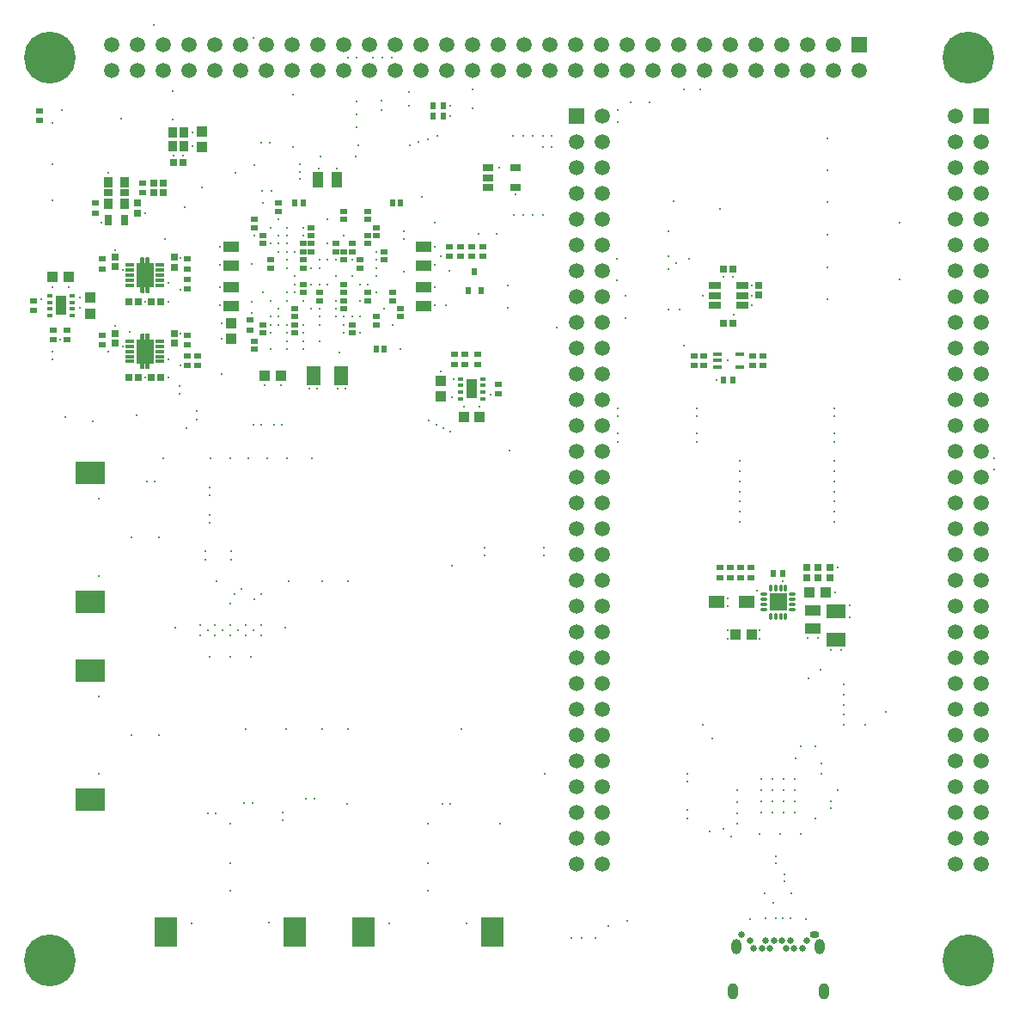
<source format=gbs>
G04 Layer_Color=16711935*
%FSLAX25Y25*%
%MOIN*%
G70*
G01*
G75*
%ADD44R,0.05905X0.05905*%
%ADD45C,0.05905*%
%ADD46R,0.05905X0.05905*%
%ADD47R,0.11811X0.08661*%
%ADD48R,0.08661X0.11811*%
%ADD49O,0.03937X0.06299*%
%ADD50O,0.03740X0.02559*%
%ADD51C,0.02559*%
%ADD52O,0.03937X0.05905*%
%ADD105R,0.02913X0.02756*%
%ADD106R,0.02756X0.02913*%
%ADD107R,0.04331X0.05905*%
%ADD108R,0.02677X0.04095*%
%ADD109R,0.02559X0.02362*%
%ADD110R,0.02362X0.02559*%
%ADD120C,0.20079*%
%ADD121C,0.00787*%
%ADD122C,0.01181*%
%ADD123R,0.03937X0.04134*%
%ADD124R,0.04134X0.03937*%
%ADD125R,0.05905X0.04331*%
%ADD126R,0.07283X0.05512*%
%ADD127R,0.02520X0.02126*%
%ADD128R,0.05512X0.07283*%
%ADD129R,0.02126X0.02520*%
%ADD130R,0.02244X0.02756*%
%ADD131R,0.06299X0.05118*%
%ADD132R,0.04528X0.02756*%
%ADD133R,0.01968X0.01575*%
%ADD134R,0.04331X0.07480*%
%ADD135R,0.03347X0.04331*%
%ADD136R,0.06811X0.09764*%
%ADD137R,0.03661X0.01417*%
%ADD138R,0.03740X0.01772*%
%ADD139R,0.03661X0.04252*%
%ADD140R,0.03661X0.02677*%
%ADD141R,0.04331X0.02559*%
%ADD142R,0.07008X0.07008*%
G04:AMPARAMS|DCode=143|XSize=12.99mil|YSize=26.77mil|CornerRadius=4.04mil|HoleSize=0mil|Usage=FLASHONLY|Rotation=0.000|XOffset=0mil|YOffset=0mil|HoleType=Round|Shape=RoundedRectangle|*
%AMROUNDEDRECTD143*
21,1,0.01299,0.01870,0,0,0.0*
21,1,0.00492,0.02677,0,0,0.0*
1,1,0.00807,0.00246,-0.00935*
1,1,0.00807,-0.00246,-0.00935*
1,1,0.00807,-0.00246,0.00935*
1,1,0.00807,0.00246,0.00935*
%
%ADD143ROUNDEDRECTD143*%
G04:AMPARAMS|DCode=144|XSize=12.99mil|YSize=26.77mil|CornerRadius=4.04mil|HoleSize=0mil|Usage=FLASHONLY|Rotation=270.000|XOffset=0mil|YOffset=0mil|HoleType=Round|Shape=RoundedRectangle|*
%AMROUNDEDRECTD144*
21,1,0.01299,0.01870,0,0,270.0*
21,1,0.00492,0.02677,0,0,270.0*
1,1,0.00807,-0.00935,-0.00246*
1,1,0.00807,-0.00935,0.00246*
1,1,0.00807,0.00935,0.00246*
1,1,0.00807,0.00935,-0.00246*
%
%ADD144ROUNDEDRECTD144*%
G36*
X253928Y565116D02*
X253958Y565107D01*
X253986Y565092D01*
X254010Y565072D01*
X254029Y565049D01*
X254044Y565021D01*
X254053Y564992D01*
X254056Y564961D01*
Y562992D01*
X254053Y562961D01*
X254044Y562932D01*
X254029Y562904D01*
X254010Y562880D01*
X253986Y562861D01*
X253958Y562846D01*
X253928Y562837D01*
X253898Y562834D01*
X252795D01*
X252764Y562837D01*
X252735Y562846D01*
X252707Y562861D01*
X252683Y562880D01*
X252664Y562904D01*
X252649Y562932D01*
X252640Y562961D01*
X252637Y562992D01*
Y564961D01*
X252640Y564992D01*
X252649Y565021D01*
X252664Y565049D01*
X252683Y565072D01*
X252707Y565092D01*
X252735Y565107D01*
X252764Y565116D01*
X252795Y565119D01*
X253898D01*
X253928Y565116D01*
D02*
G37*
G36*
X255897D02*
X255927Y565107D01*
X255954Y565092D01*
X255978Y565072D01*
X255998Y565049D01*
X256012Y565021D01*
X256021Y564992D01*
X256024Y564961D01*
Y562992D01*
X256021Y562961D01*
X256012Y562932D01*
X255998Y562904D01*
X255978Y562880D01*
X255954Y562861D01*
X255927Y562846D01*
X255897Y562837D01*
X255866Y562834D01*
X254764D01*
X254733Y562837D01*
X254703Y562846D01*
X254676Y562861D01*
X254652Y562880D01*
X254632Y562904D01*
X254618Y562932D01*
X254609Y562961D01*
X254606Y562992D01*
Y564961D01*
X254609Y564992D01*
X254618Y565021D01*
X254632Y565049D01*
X254652Y565072D01*
X254676Y565092D01*
X254703Y565107D01*
X254733Y565116D01*
X254764Y565119D01*
X255866D01*
X255897Y565116D01*
D02*
G37*
G36*
X253928Y553698D02*
X253958Y553689D01*
X253986Y553675D01*
X254010Y553655D01*
X254029Y553631D01*
X254044Y553604D01*
X254053Y553574D01*
X254056Y553543D01*
Y551575D01*
X254053Y551544D01*
X254044Y551514D01*
X254029Y551487D01*
X254010Y551463D01*
X253986Y551443D01*
X253958Y551429D01*
X253928Y551420D01*
X253898Y551417D01*
X252795D01*
X252764Y551420D01*
X252735Y551429D01*
X252707Y551443D01*
X252683Y551463D01*
X252664Y551487D01*
X252649Y551514D01*
X252640Y551544D01*
X252637Y551575D01*
Y553543D01*
X252640Y553574D01*
X252649Y553604D01*
X252664Y553631D01*
X252683Y553655D01*
X252707Y553675D01*
X252735Y553689D01*
X252764Y553698D01*
X252795Y553702D01*
X253898D01*
X253928Y553698D01*
D02*
G37*
G36*
X255897D02*
X255927Y553689D01*
X255954Y553675D01*
X255978Y553655D01*
X255998Y553631D01*
X256012Y553604D01*
X256021Y553574D01*
X256024Y553543D01*
Y551575D01*
X256021Y551544D01*
X256012Y551514D01*
X255998Y551487D01*
X255978Y551463D01*
X255954Y551443D01*
X255927Y551429D01*
X255897Y551420D01*
X255866Y551417D01*
X254764D01*
X254733Y551420D01*
X254703Y551429D01*
X254676Y551443D01*
X254652Y551463D01*
X254632Y551487D01*
X254618Y551514D01*
X254609Y551544D01*
X254606Y551575D01*
Y553543D01*
X254609Y553574D01*
X254618Y553604D01*
X254632Y553631D01*
X254652Y553655D01*
X254676Y553675D01*
X254703Y553689D01*
X254733Y553698D01*
X254764Y553702D01*
X255866D01*
X255897Y553698D01*
D02*
G37*
G36*
X253928Y594643D02*
X253958Y594634D01*
X253986Y594620D01*
X254010Y594600D01*
X254029Y594576D01*
X254044Y594549D01*
X254053Y594519D01*
X254056Y594488D01*
Y592520D01*
X254053Y592489D01*
X254044Y592459D01*
X254029Y592432D01*
X254010Y592408D01*
X253986Y592388D01*
X253958Y592374D01*
X253928Y592365D01*
X253898Y592361D01*
X252795D01*
X252764Y592365D01*
X252735Y592374D01*
X252707Y592388D01*
X252683Y592408D01*
X252664Y592432D01*
X252649Y592459D01*
X252640Y592489D01*
X252637Y592520D01*
Y594488D01*
X252640Y594519D01*
X252649Y594549D01*
X252664Y594576D01*
X252683Y594600D01*
X252707Y594620D01*
X252735Y594634D01*
X252764Y594643D01*
X252795Y594646D01*
X253898D01*
X253928Y594643D01*
D02*
G37*
G36*
X255897D02*
X255927Y594634D01*
X255954Y594620D01*
X255978Y594600D01*
X255998Y594576D01*
X256012Y594549D01*
X256021Y594519D01*
X256024Y594488D01*
Y592520D01*
X256021Y592489D01*
X256012Y592459D01*
X255998Y592432D01*
X255978Y592408D01*
X255954Y592388D01*
X255927Y592374D01*
X255897Y592365D01*
X255866Y592361D01*
X254764D01*
X254733Y592365D01*
X254703Y592374D01*
X254676Y592388D01*
X254652Y592408D01*
X254632Y592432D01*
X254618Y592459D01*
X254609Y592489D01*
X254606Y592520D01*
Y594488D01*
X254609Y594519D01*
X254618Y594549D01*
X254632Y594576D01*
X254652Y594600D01*
X254676Y594620D01*
X254703Y594634D01*
X254733Y594643D01*
X254764Y594646D01*
X255866D01*
X255897Y594643D01*
D02*
G37*
G36*
X253928Y583226D02*
X253958Y583217D01*
X253986Y583202D01*
X254010Y583183D01*
X254029Y583159D01*
X254044Y583131D01*
X254053Y583102D01*
X254056Y583071D01*
Y581102D01*
X254053Y581072D01*
X254044Y581042D01*
X254029Y581014D01*
X254010Y580991D01*
X253986Y580971D01*
X253958Y580956D01*
X253928Y580947D01*
X253898Y580944D01*
X252795D01*
X252764Y580947D01*
X252735Y580956D01*
X252707Y580971D01*
X252683Y580991D01*
X252664Y581014D01*
X252649Y581042D01*
X252640Y581072D01*
X252637Y581102D01*
Y583071D01*
X252640Y583102D01*
X252649Y583131D01*
X252664Y583159D01*
X252683Y583183D01*
X252707Y583202D01*
X252735Y583217D01*
X252764Y583226D01*
X252795Y583229D01*
X253898D01*
X253928Y583226D01*
D02*
G37*
G36*
X255897D02*
X255927Y583217D01*
X255954Y583202D01*
X255978Y583183D01*
X255998Y583159D01*
X256012Y583131D01*
X256021Y583102D01*
X256024Y583071D01*
Y581102D01*
X256021Y581072D01*
X256012Y581042D01*
X255998Y581014D01*
X255978Y580991D01*
X255954Y580971D01*
X255927Y580956D01*
X255897Y580947D01*
X255866Y580944D01*
X254764D01*
X254733Y580947D01*
X254703Y580956D01*
X254676Y580971D01*
X254652Y580991D01*
X254632Y581014D01*
X254618Y581042D01*
X254609Y581072D01*
X254606Y581102D01*
Y583071D01*
X254609Y583102D01*
X254618Y583131D01*
X254632Y583159D01*
X254652Y583183D01*
X254676Y583202D01*
X254703Y583217D01*
X254733Y583226D01*
X254764Y583229D01*
X255866D01*
X255897Y583226D01*
D02*
G37*
D44*
X421654Y649606D02*
D03*
X578740D02*
D03*
D45*
X421654Y639606D02*
D03*
Y629606D02*
D03*
Y619606D02*
D03*
Y609606D02*
D03*
Y599606D02*
D03*
Y589606D02*
D03*
Y579606D02*
D03*
Y569606D02*
D03*
Y559606D02*
D03*
Y549606D02*
D03*
Y539606D02*
D03*
Y529606D02*
D03*
Y519606D02*
D03*
Y509606D02*
D03*
Y499606D02*
D03*
Y489606D02*
D03*
Y479606D02*
D03*
Y469606D02*
D03*
Y459606D02*
D03*
Y449606D02*
D03*
Y439606D02*
D03*
Y429606D02*
D03*
Y419606D02*
D03*
Y409606D02*
D03*
Y399606D02*
D03*
Y389606D02*
D03*
Y379606D02*
D03*
Y369606D02*
D03*
Y359606D02*
D03*
X431653Y649606D02*
D03*
Y639606D02*
D03*
Y629606D02*
D03*
Y619606D02*
D03*
Y609606D02*
D03*
Y599606D02*
D03*
Y589606D02*
D03*
Y579606D02*
D03*
Y569606D02*
D03*
Y559606D02*
D03*
Y549606D02*
D03*
Y539606D02*
D03*
Y529606D02*
D03*
Y519606D02*
D03*
Y509606D02*
D03*
Y499606D02*
D03*
Y489606D02*
D03*
Y479606D02*
D03*
Y469606D02*
D03*
Y459606D02*
D03*
Y449606D02*
D03*
Y439606D02*
D03*
Y429606D02*
D03*
Y419606D02*
D03*
Y409606D02*
D03*
Y399606D02*
D03*
Y389606D02*
D03*
Y379606D02*
D03*
Y369606D02*
D03*
Y359606D02*
D03*
X521496Y677165D02*
D03*
X511496D02*
D03*
X501496D02*
D03*
X491496D02*
D03*
X481496D02*
D03*
X471496D02*
D03*
X461496D02*
D03*
X451496D02*
D03*
X441496D02*
D03*
X431496D02*
D03*
X421496D02*
D03*
X411496D02*
D03*
X401496D02*
D03*
X391496D02*
D03*
X381496D02*
D03*
X371496D02*
D03*
X361496D02*
D03*
X351496D02*
D03*
X341496D02*
D03*
X331496D02*
D03*
X321496D02*
D03*
X311496D02*
D03*
X301496D02*
D03*
X291496D02*
D03*
X281496D02*
D03*
X271496D02*
D03*
X261496D02*
D03*
X251496D02*
D03*
X241496D02*
D03*
X531496Y667165D02*
D03*
X521496D02*
D03*
X511496D02*
D03*
X501496D02*
D03*
X491496D02*
D03*
X481496D02*
D03*
X471496D02*
D03*
X461496D02*
D03*
X451496D02*
D03*
X441496D02*
D03*
X431496D02*
D03*
X421496D02*
D03*
X411496D02*
D03*
X401496D02*
D03*
X391496D02*
D03*
X381496D02*
D03*
X371496D02*
D03*
X361496D02*
D03*
X351496D02*
D03*
X341496D02*
D03*
X331496D02*
D03*
X321496D02*
D03*
X311496D02*
D03*
X301496D02*
D03*
X291496D02*
D03*
X281496D02*
D03*
X271496D02*
D03*
X261496D02*
D03*
X251496D02*
D03*
X241496D02*
D03*
X578740Y639606D02*
D03*
Y629606D02*
D03*
Y619606D02*
D03*
Y609606D02*
D03*
Y599606D02*
D03*
Y589606D02*
D03*
Y579606D02*
D03*
Y569606D02*
D03*
Y559606D02*
D03*
Y549606D02*
D03*
Y539606D02*
D03*
Y529606D02*
D03*
Y519606D02*
D03*
Y509606D02*
D03*
Y499606D02*
D03*
Y489606D02*
D03*
Y479606D02*
D03*
Y469606D02*
D03*
Y459606D02*
D03*
Y449606D02*
D03*
Y439606D02*
D03*
Y429606D02*
D03*
Y419606D02*
D03*
Y409606D02*
D03*
Y399606D02*
D03*
Y389606D02*
D03*
Y379606D02*
D03*
Y369606D02*
D03*
Y359606D02*
D03*
X568740Y649606D02*
D03*
Y639606D02*
D03*
Y629606D02*
D03*
Y619606D02*
D03*
Y609606D02*
D03*
Y599606D02*
D03*
Y589606D02*
D03*
Y579606D02*
D03*
Y569606D02*
D03*
Y559606D02*
D03*
Y549606D02*
D03*
Y539606D02*
D03*
Y529606D02*
D03*
Y519606D02*
D03*
Y509606D02*
D03*
Y499606D02*
D03*
Y489606D02*
D03*
Y479606D02*
D03*
Y469606D02*
D03*
Y459606D02*
D03*
Y449606D02*
D03*
Y439606D02*
D03*
Y429606D02*
D03*
Y419606D02*
D03*
Y409606D02*
D03*
Y399606D02*
D03*
Y389606D02*
D03*
Y379606D02*
D03*
Y369606D02*
D03*
Y359606D02*
D03*
D46*
X531496Y677165D02*
D03*
D47*
X233059Y511303D02*
D03*
Y461146D02*
D03*
Y434531D02*
D03*
Y384374D02*
D03*
D48*
X262319Y333059D02*
D03*
X312476D02*
D03*
X339090D02*
D03*
X389248D02*
D03*
D49*
X517677Y310079D02*
D03*
X482323D02*
D03*
D50*
X514173Y332283D02*
D03*
D51*
X488976Y329724D02*
D03*
X495276D02*
D03*
X498425D02*
D03*
X501575D02*
D03*
X504724D02*
D03*
X511024D02*
D03*
X490551Y326969D02*
D03*
X493701D02*
D03*
X496850D02*
D03*
X503150D02*
D03*
X506299D02*
D03*
X509449D02*
D03*
X485827Y332283D02*
D03*
D52*
X483740Y327362D02*
D03*
X516260D02*
D03*
D105*
X492520Y583779D02*
D03*
Y580000D02*
D03*
X242913Y591024D02*
D03*
Y594803D02*
D03*
X265748Y590945D02*
D03*
Y594724D02*
D03*
X242913Y561496D02*
D03*
Y565276D02*
D03*
X265748Y561496D02*
D03*
Y565276D02*
D03*
X251575Y611890D02*
D03*
Y615669D02*
D03*
X511024Y470551D02*
D03*
Y474331D02*
D03*
X515354Y474331D02*
D03*
Y470551D02*
D03*
X520079Y470551D02*
D03*
Y474331D02*
D03*
D106*
X265433Y631496D02*
D03*
X269213D02*
D03*
X478819Y569291D02*
D03*
X482598D02*
D03*
X478819Y590157D02*
D03*
X482598D02*
D03*
X248110Y577559D02*
D03*
X251890D02*
D03*
X260551D02*
D03*
X256772D02*
D03*
X248110Y548032D02*
D03*
X251890D02*
D03*
X260551D02*
D03*
X256772D02*
D03*
X257756Y619685D02*
D03*
X261535D02*
D03*
X257756Y623622D02*
D03*
X261535D02*
D03*
D107*
X328839Y624803D02*
D03*
X321555D02*
D03*
D108*
X240197Y609055D02*
D03*
X246417D02*
D03*
D109*
X374410Y556988D02*
D03*
Y553248D02*
D03*
X378346D02*
D03*
Y556988D02*
D03*
X383465D02*
D03*
Y553248D02*
D03*
X391339Y541831D02*
D03*
Y545571D02*
D03*
X211024Y577854D02*
D03*
Y574114D02*
D03*
X224016Y566437D02*
D03*
Y562697D02*
D03*
X218898D02*
D03*
Y566437D02*
D03*
X237795Y593996D02*
D03*
Y590256D02*
D03*
X270866Y593996D02*
D03*
Y590256D02*
D03*
Y582382D02*
D03*
Y586122D02*
D03*
X237795Y564468D02*
D03*
Y560728D02*
D03*
X270866D02*
D03*
Y564468D02*
D03*
Y556595D02*
D03*
Y552854D02*
D03*
X274803Y556595D02*
D03*
Y552854D02*
D03*
X494095Y556595D02*
D03*
Y552854D02*
D03*
X490158Y556595D02*
D03*
Y552854D02*
D03*
X471260Y556595D02*
D03*
Y552854D02*
D03*
X467323Y556595D02*
D03*
Y552854D02*
D03*
X235039Y615650D02*
D03*
Y611909D02*
D03*
X253346Y623524D02*
D03*
Y619783D02*
D03*
X213386Y647736D02*
D03*
Y651476D02*
D03*
X372441Y594980D02*
D03*
Y598721D02*
D03*
X376772Y594980D02*
D03*
Y598721D02*
D03*
X385433Y594980D02*
D03*
Y598721D02*
D03*
X381102Y594980D02*
D03*
Y598721D02*
D03*
X295276Y570374D02*
D03*
Y566634D02*
D03*
X489370Y474311D02*
D03*
Y470571D02*
D03*
X481496D02*
D03*
Y474311D02*
D03*
X477559Y470571D02*
D03*
Y474311D02*
D03*
X485433Y470571D02*
D03*
Y474311D02*
D03*
D110*
X482579Y547244D02*
D03*
X478839D02*
D03*
X366240Y653543D02*
D03*
X369980D02*
D03*
Y649606D02*
D03*
X366240D02*
D03*
X498130Y472047D02*
D03*
X501870D02*
D03*
D120*
X217598Y322047D02*
D03*
X573898D02*
D03*
Y672165D02*
D03*
X217598D02*
D03*
D121*
X295669Y577559D02*
D03*
X480315Y554724D02*
D03*
X306299Y596850D02*
D03*
X303150Y593701D02*
D03*
X300000Y600000D02*
D03*
X409055Y479134D02*
D03*
X386221D02*
D03*
X267717Y544882D02*
D03*
X279528Y502362D02*
D03*
X255118Y507874D02*
D03*
X409055Y482283D02*
D03*
X267717Y541732D02*
D03*
X258268Y507874D02*
D03*
X386221Y482283D02*
D03*
X279528Y505512D02*
D03*
X295669Y573228D02*
D03*
Y592126D02*
D03*
X318898Y606299D02*
D03*
X547244Y586221D02*
D03*
X521654Y523228D02*
D03*
Y526378D02*
D03*
Y533071D02*
D03*
Y536221D02*
D03*
X468504Y523228D02*
D03*
Y526378D02*
D03*
Y533071D02*
D03*
Y536221D02*
D03*
X437795Y523228D02*
D03*
Y526378D02*
D03*
Y533071D02*
D03*
Y536221D02*
D03*
X412205Y637402D02*
D03*
X331496Y571654D02*
D03*
X334646Y568504D02*
D03*
X337795Y571654D02*
D03*
X328346D02*
D03*
X322047Y568504D02*
D03*
X328346Y574803D02*
D03*
Y577953D02*
D03*
X340944Y603148D02*
D03*
X315748Y600000D02*
D03*
X309449Y596850D02*
D03*
X312598D02*
D03*
X312598Y587400D02*
D03*
X315747Y603148D02*
D03*
X344094Y587402D02*
D03*
Y590551D02*
D03*
Y593701D02*
D03*
X245669Y589764D02*
D03*
X288976Y464173D02*
D03*
X291732Y466142D02*
D03*
X296850Y462205D02*
D03*
X299606Y464173D02*
D03*
X523228Y388189D02*
D03*
X504921Y338386D02*
D03*
X501968Y338583D02*
D03*
X499213D02*
D03*
X296063Y383071D02*
D03*
X307874Y379528D02*
D03*
X292913Y383071D02*
D03*
X307874Y376378D02*
D03*
X296457Y679921D02*
D03*
X391929Y629331D02*
D03*
X484252Y383465D02*
D03*
Y379134D02*
D03*
Y375197D02*
D03*
X516929Y398425D02*
D03*
Y394488D02*
D03*
X312598Y565354D02*
D03*
X309449Y562205D02*
D03*
Y565354D02*
D03*
X303150D02*
D03*
Y559055D02*
D03*
X306299Y568504D02*
D03*
Y603150D02*
D03*
X309449Y600000D02*
D03*
Y593701D02*
D03*
X306299Y600000D02*
D03*
X303150D02*
D03*
X309449Y603150D02*
D03*
X296850D02*
D03*
X296850Y609449D02*
D03*
X306299Y574803D02*
D03*
Y571654D02*
D03*
X300000Y565354D02*
D03*
X296850Y562205D02*
D03*
X354724Y601967D02*
D03*
X322047Y562205D02*
D03*
X268110Y552756D02*
D03*
Y582283D02*
D03*
X263386Y577559D02*
D03*
X254331Y577559D02*
D03*
X263386Y584646D02*
D03*
Y548032D02*
D03*
Y555118D02*
D03*
X268189Y565276D02*
D03*
X268238Y594360D02*
D03*
X242913Y597638D02*
D03*
Y568110D02*
D03*
X245669Y560236D02*
D03*
X287402Y439764D02*
D03*
X308661Y451181D02*
D03*
X295374Y439764D02*
D03*
X279626D02*
D03*
X266142Y451181D02*
D03*
X287500Y460630D02*
D03*
X511417Y447244D02*
D03*
X515354D02*
D03*
X520472Y442520D02*
D03*
X524409D02*
D03*
X492913Y446850D02*
D03*
Y450000D02*
D03*
X480315Y446850D02*
D03*
Y450000D02*
D03*
Y459449D02*
D03*
Y462598D02*
D03*
X522047Y464961D02*
D03*
X284252Y562992D02*
D03*
Y569291D02*
D03*
X523228Y474409D02*
D03*
X501968Y469291D02*
D03*
X388386Y541339D02*
D03*
X214173Y578346D02*
D03*
X218602Y583268D02*
D03*
X384154Y536713D02*
D03*
X378051Y536713D02*
D03*
X373425Y540551D02*
D03*
X229085Y575148D02*
D03*
X229134Y579134D02*
D03*
X221457Y562697D02*
D03*
X369291Y550345D02*
D03*
X349213Y336614D02*
D03*
X379134D02*
D03*
X364173Y349213D02*
D03*
X302398Y336650D02*
D03*
X272441Y336614D02*
D03*
X287402Y349213D02*
D03*
X249213Y409449D02*
D03*
Y486221D02*
D03*
X236614Y501181D02*
D03*
Y471260D02*
D03*
Y394488D02*
D03*
Y424409D02*
D03*
X336614Y655118D02*
D03*
X303150Y568504D02*
D03*
X299606Y529921D02*
D03*
X296457D02*
D03*
X316929Y384646D02*
D03*
X309449Y568504D02*
D03*
X304331Y529921D02*
D03*
X320079Y384646D02*
D03*
X307480Y529921D02*
D03*
X372835Y382677D02*
D03*
X369685D02*
D03*
X278740Y379134D02*
D03*
X274410Y535039D02*
D03*
X281890Y379134D02*
D03*
X274410Y531890D02*
D03*
X279528Y491732D02*
D03*
Y494882D02*
D03*
X315748Y568504D02*
D03*
Y565354D02*
D03*
X337795Y584252D02*
D03*
X322047Y593701D02*
D03*
X325197Y584252D02*
D03*
X315748Y559055D02*
D03*
X354724Y588976D02*
D03*
X300000Y581102D02*
D03*
X315748Y577953D02*
D03*
X318898Y574803D02*
D03*
X309449Y577953D02*
D03*
X303150D02*
D03*
X306299Y615748D02*
D03*
X300000Y615748D02*
D03*
X306299Y612598D02*
D03*
X350394Y577953D02*
D03*
X353543Y574803D02*
D03*
X353543Y559055D02*
D03*
X303150Y590551D02*
D03*
X344094Y606299D02*
D03*
X340945Y609449D02*
D03*
X315748Y615748D02*
D03*
X318898Y603150D02*
D03*
X315748Y606299D02*
D03*
X325197Y609449D02*
D03*
X331496Y612598D02*
D03*
X344094Y571654D02*
D03*
X331496Y581102D02*
D03*
X315748Y590551D02*
D03*
X334646Y600000D02*
D03*
X287402Y359843D02*
D03*
X259843Y409449D02*
D03*
X364173Y359843D02*
D03*
X259843Y486220D02*
D03*
X296850Y559055D02*
D03*
X312598Y568504D02*
D03*
Y574803D02*
D03*
X322047Y577953D02*
D03*
X331496D02*
D03*
Y584252D02*
D03*
X315748Y593701D02*
D03*
X340945Y581102D02*
D03*
X318898Y596850D02*
D03*
X337795Y593701D02*
D03*
X353543Y615748D02*
D03*
X350394D02*
D03*
X340945Y612598D02*
D03*
X347244Y593701D02*
D03*
X353543Y571654D02*
D03*
X340945Y577953D02*
D03*
X499213Y359843D02*
D03*
Y362598D02*
D03*
X502362Y352756D02*
D03*
Y355512D02*
D03*
X464961Y391339D02*
D03*
Y394488D02*
D03*
Y377165D02*
D03*
Y380315D02*
D03*
X312598Y571654D02*
D03*
X331496Y574803D02*
D03*
X322047Y581102D02*
D03*
X318898Y600000D02*
D03*
X315748Y596850D02*
D03*
X322047Y590551D02*
D03*
X334646Y593701D02*
D03*
X334646Y596850D02*
D03*
X328346Y587402D02*
D03*
X309449Y559055D02*
D03*
X315748Y581102D02*
D03*
X303150Y571654D02*
D03*
X300000Y568504D02*
D03*
X315748Y562205D02*
D03*
X312598Y584252D02*
D03*
X318898D02*
D03*
X322047D02*
D03*
X315748Y584252D02*
D03*
X328346Y596850D02*
D03*
X331496Y593701D02*
D03*
X354724Y604724D02*
D03*
X307087Y545276D02*
D03*
X300787D02*
D03*
X337008Y638189D02*
D03*
X311811Y637402D02*
D03*
X309449Y581102D02*
D03*
Y590551D02*
D03*
X312598Y581102D02*
D03*
X322047Y574803D02*
D03*
Y571654D02*
D03*
X347244Y596850D02*
D03*
X344094D02*
D03*
Y581102D02*
D03*
X325197Y600000D02*
D03*
X331496Y596850D02*
D03*
X325197Y593701D02*
D03*
X340945Y584252D02*
D03*
X337795Y577953D02*
D03*
X347244Y574803D02*
D03*
X350394Y568504D02*
D03*
X500787Y371260D02*
D03*
X508661D02*
D03*
X350394Y581102D02*
D03*
X218504Y630709D02*
D03*
Y616929D02*
D03*
X519291Y640945D02*
D03*
Y628346D02*
D03*
Y616142D02*
D03*
Y603543D02*
D03*
Y590945D02*
D03*
Y578346D02*
D03*
X218406Y646752D02*
D03*
X222047Y651968D02*
D03*
X491732Y465354D02*
D03*
X269291Y634252D02*
D03*
X265354D02*
D03*
X283465Y598819D02*
D03*
Y591732D02*
D03*
Y583071D02*
D03*
Y575984D02*
D03*
X318110Y543701D02*
D03*
X332283D02*
D03*
X366929Y575984D02*
D03*
Y583071D02*
D03*
Y598819D02*
D03*
X321654Y629134D02*
D03*
X328740D02*
D03*
X489764Y579921D02*
D03*
Y583858D02*
D03*
X482598Y587008D02*
D03*
X482677Y572441D02*
D03*
X366929Y608268D02*
D03*
X477559Y613386D02*
D03*
X492913Y371260D02*
D03*
X514567Y377165D02*
D03*
X272835Y637894D02*
D03*
X272736Y643209D02*
D03*
X506693Y400394D02*
D03*
X525591Y421260D02*
D03*
Y425197D02*
D03*
Y417323D02*
D03*
Y413386D02*
D03*
X478740Y373228D02*
D03*
X481890Y370079D02*
D03*
X474409Y408268D02*
D03*
X470866Y413386D02*
D03*
X514567Y405118D02*
D03*
X495079Y338583D02*
D03*
X489173Y337992D02*
D03*
X510827D02*
D03*
X527953Y459842D02*
D03*
Y455118D02*
D03*
X508661Y405118D02*
D03*
X511811Y431496D02*
D03*
X516535Y434646D02*
D03*
X541732Y418504D02*
D03*
X533858Y413386D02*
D03*
X473622Y372047D02*
D03*
X525591Y429134D02*
D03*
X254331Y611811D02*
D03*
X240158Y627559D02*
D03*
X270472Y528346D02*
D03*
X318898Y590551D02*
D03*
X340945Y600000D02*
D03*
X344094Y603150D02*
D03*
X401181Y611024D02*
D03*
Y641732D02*
D03*
X404839Y611024D02*
D03*
X408661Y641732D02*
D03*
X404839D02*
D03*
X408661Y611024D02*
D03*
X366929Y591732D02*
D03*
X372441Y589370D02*
D03*
X369291Y595237D02*
D03*
X397244Y641732D02*
D03*
X437795Y647244D02*
D03*
Y651968D02*
D03*
X265157Y648228D02*
D03*
Y659252D02*
D03*
X450000Y654818D02*
D03*
X442913D02*
D03*
X237402Y608268D02*
D03*
X459449Y616535D02*
D03*
X489764Y575984D02*
D03*
X470866Y579921D02*
D03*
X440945D02*
D03*
X478819Y587087D02*
D03*
X465354Y594095D02*
D03*
X440945Y571260D02*
D03*
X437402Y594095D02*
D03*
Y585827D02*
D03*
X224705Y583169D02*
D03*
X457480Y604724D02*
D03*
X457480Y590158D02*
D03*
X460630Y592520D02*
D03*
X248524Y565650D02*
D03*
X240256Y558268D02*
D03*
X218504Y558268D02*
D03*
Y555118D02*
D03*
X457480Y595276D02*
D03*
X461811Y574409D02*
D03*
X457480D02*
D03*
X223622Y532677D02*
D03*
X429134Y330709D02*
D03*
X423902D02*
D03*
X254331Y548032D02*
D03*
X419685Y330709D02*
D03*
X262205Y601968D02*
D03*
X234252Y531102D02*
D03*
X434252Y335433D02*
D03*
X296850Y630315D02*
D03*
X336476Y645138D02*
D03*
X336437Y650000D02*
D03*
X397638Y611024D02*
D03*
X412205Y641732D02*
D03*
X408661Y637402D02*
D03*
X257874Y684646D02*
D03*
X277953Y480709D02*
D03*
X287795Y480709D02*
D03*
X277953Y477559D02*
D03*
X287795D02*
D03*
X414173Y567323D02*
D03*
X463386Y560630D02*
D03*
X251181Y533465D02*
D03*
X441339Y337402D02*
D03*
X475984Y547244D02*
D03*
X372835Y653543D02*
D03*
Y649606D02*
D03*
X383858Y603937D02*
D03*
X390945D02*
D03*
X395276Y575197D02*
D03*
Y583858D02*
D03*
X381496Y652362D02*
D03*
Y659842D02*
D03*
X547244Y608268D02*
D03*
X299886Y620472D02*
D03*
X303543Y620472D02*
D03*
X311811Y657874D02*
D03*
X302870Y639090D02*
D03*
X299606Y638976D02*
D03*
X367717Y641732D02*
D03*
X364173Y640551D02*
D03*
X361811Y618110D02*
D03*
X331496Y609449D02*
D03*
X334646Y587402D02*
D03*
X337795Y590551D02*
D03*
X328346Y593701D02*
D03*
X331496Y603150D02*
D03*
X328346Y600000D02*
D03*
X334646Y571654D02*
D03*
X337795Y565354D02*
D03*
X334646Y565354D02*
D03*
X329921Y557874D02*
D03*
X331496Y568504D02*
D03*
X347244Y559055D02*
D03*
X344094D02*
D03*
Y568504D02*
D03*
X303150Y606299D02*
D03*
X306299Y609449D02*
D03*
X309449Y606299D02*
D03*
X484252Y388189D02*
D03*
X360630Y639370D02*
D03*
X357087Y638189D02*
D03*
X329134Y543701D02*
D03*
X321260D02*
D03*
X374193Y547638D02*
D03*
X289370Y627559D02*
D03*
X245276Y648425D02*
D03*
X346063Y651968D02*
D03*
Y655512D02*
D03*
X336614Y672047D02*
D03*
X346457D02*
D03*
X350000D02*
D03*
X342913D02*
D03*
X356693Y653543D02*
D03*
Y658661D02*
D03*
X333071Y672047D02*
D03*
X331496Y565354D02*
D03*
X370079Y528346D02*
D03*
X372835Y527165D02*
D03*
X485039Y515748D02*
D03*
Y511811D02*
D03*
Y507874D02*
D03*
Y503937D02*
D03*
Y492126D02*
D03*
Y496063D02*
D03*
Y500000D02*
D03*
X521654Y515748D02*
D03*
Y511811D02*
D03*
X521654Y507874D02*
D03*
Y503937D02*
D03*
Y500000D02*
D03*
X521654Y496063D02*
D03*
Y492126D02*
D03*
X583858Y516929D02*
D03*
Y512598D02*
D03*
X398228Y619095D02*
D03*
X498032Y344488D02*
D03*
X381102Y543701D02*
D03*
Y546654D02*
D03*
Y540748D02*
D03*
X221654Y575984D02*
D03*
Y573032D02*
D03*
Y578937D02*
D03*
X256299Y589764D02*
D03*
X252362D02*
D03*
X256299Y585827D02*
D03*
X252362D02*
D03*
X256299Y560236D02*
D03*
X252362D02*
D03*
X256299Y556299D02*
D03*
X252362D02*
D03*
X278642Y450197D02*
D03*
X299311Y448229D02*
D03*
Y452166D02*
D03*
X296358Y450197D02*
D03*
X275689Y452166D02*
D03*
Y448229D02*
D03*
X281595D02*
D03*
X284547Y450197D02*
D03*
X287500Y452166D02*
D03*
X281595D02*
D03*
X287500Y448229D02*
D03*
X290453Y450197D02*
D03*
X293406Y448229D02*
D03*
Y452166D02*
D03*
X493504Y392323D02*
D03*
X497835D02*
D03*
X502165D02*
D03*
X506496D02*
D03*
X493504Y387992D02*
D03*
X497835D02*
D03*
X502165D02*
D03*
X506496D02*
D03*
X493504Y383661D02*
D03*
X497835D02*
D03*
X502165D02*
D03*
X506496D02*
D03*
X493504Y379331D02*
D03*
X497835D02*
D03*
X502165D02*
D03*
X506496D02*
D03*
X520471Y381102D02*
D03*
X520472Y383858D02*
D03*
X364567Y531496D02*
D03*
X367323Y529921D02*
D03*
X314566Y625196D02*
D03*
Y630707D02*
D03*
X314567Y627953D02*
D03*
D122*
X409449Y394488D02*
D03*
X395669Y519685D02*
D03*
X371260Y575984D02*
D03*
X322441Y633858D02*
D03*
X336221D02*
D03*
X469685Y659842D02*
D03*
X463386D02*
D03*
X284252Y549606D02*
D03*
X287402Y516929D02*
D03*
X294488D02*
D03*
X301969D02*
D03*
X309449D02*
D03*
X319291D02*
D03*
X279921D02*
D03*
X282283Y469291D02*
D03*
X310236D02*
D03*
X323228D02*
D03*
X333071D02*
D03*
X293307Y411811D02*
D03*
X309055D02*
D03*
X323228D02*
D03*
X333071D02*
D03*
X505224Y348031D02*
D03*
X494776D02*
D03*
X364173Y375197D02*
D03*
X287402D02*
D03*
X332677Y382677D02*
D03*
X373622Y475197D02*
D03*
X377165Y411811D02*
D03*
X392126Y375197D02*
D03*
X261417Y516929D02*
D03*
X269685Y614173D02*
D03*
X276378Y621654D02*
D03*
D123*
X378051Y532677D02*
D03*
X384154D02*
D03*
X224705Y587008D02*
D03*
X218602D02*
D03*
X518405Y464961D02*
D03*
X512303D02*
D03*
X483563Y448425D02*
D03*
X489665D02*
D03*
X300886Y548819D02*
D03*
X306988D02*
D03*
D124*
X369291Y540650D02*
D03*
Y546752D02*
D03*
X276378Y637500D02*
D03*
Y643602D02*
D03*
X233071Y579035D02*
D03*
Y572933D02*
D03*
X287795Y563091D02*
D03*
Y569193D02*
D03*
D125*
X513386Y457972D02*
D03*
Y450689D02*
D03*
X287795Y575886D02*
D03*
Y583169D02*
D03*
X362598Y591634D02*
D03*
Y598917D02*
D03*
X287795D02*
D03*
Y591634D02*
D03*
X362598Y583169D02*
D03*
Y575886D02*
D03*
D126*
X522441Y446555D02*
D03*
Y457382D02*
D03*
D127*
X312598Y571654D02*
D03*
Y574803D02*
D03*
X296850Y562205D02*
D03*
Y559055D02*
D03*
X300000Y568504D02*
D03*
Y565354D02*
D03*
X312598D02*
D03*
Y568504D02*
D03*
X331496Y596850D02*
D03*
Y593701D02*
D03*
X315748Y581102D02*
D03*
Y584252D02*
D03*
X337795Y590551D02*
D03*
Y593701D02*
D03*
X322047Y581102D02*
D03*
Y577953D02*
D03*
X331496Y581102D02*
D03*
Y584252D02*
D03*
X318898Y596850D02*
D03*
Y600000D02*
D03*
X334646Y596850D02*
D03*
Y600000D02*
D03*
X315748D02*
D03*
Y596850D02*
D03*
X328346D02*
D03*
Y600000D02*
D03*
X340945Y603150D02*
D03*
Y600000D02*
D03*
X315748Y593701D02*
D03*
Y590551D02*
D03*
X300000Y600000D02*
D03*
Y603150D02*
D03*
X303150Y590551D02*
D03*
Y593701D02*
D03*
X318898Y606299D02*
D03*
Y603150D02*
D03*
X306299Y612598D02*
D03*
Y615748D02*
D03*
X296850Y609449D02*
D03*
Y606299D02*
D03*
X340945Y612598D02*
D03*
Y609449D02*
D03*
X347244Y593701D02*
D03*
Y596850D02*
D03*
X331496Y609449D02*
D03*
Y612598D02*
D03*
X350394Y581102D02*
D03*
Y577953D02*
D03*
X344094Y603150D02*
D03*
Y606299D02*
D03*
X340945Y577953D02*
D03*
Y581102D02*
D03*
X331496Y574803D02*
D03*
Y577953D02*
D03*
X334646Y565354D02*
D03*
Y568504D02*
D03*
X353543Y571654D02*
D03*
Y574803D02*
D03*
X344094Y568504D02*
D03*
Y571654D02*
D03*
D128*
X330610Y548819D02*
D03*
X319783D02*
D03*
D129*
X315748Y615748D02*
D03*
X312598D02*
D03*
X350394D02*
D03*
X353543D02*
D03*
X347244Y559055D02*
D03*
X344094D02*
D03*
D130*
X382283Y589173D02*
D03*
X379724Y581693D02*
D03*
X384842D02*
D03*
D131*
X475984Y461024D02*
D03*
X487795D02*
D03*
D132*
X475394Y583661D02*
D03*
Y579921D02*
D03*
Y576181D02*
D03*
X486024D02*
D03*
Y579921D02*
D03*
Y583661D02*
D03*
D133*
X385433Y547539D02*
D03*
Y544980D02*
D03*
Y542421D02*
D03*
Y539862D02*
D03*
X376772Y547539D02*
D03*
Y544980D02*
D03*
Y542421D02*
D03*
Y539862D02*
D03*
X217323Y572146D02*
D03*
Y574705D02*
D03*
Y577264D02*
D03*
Y579823D02*
D03*
X225984Y572146D02*
D03*
Y574705D02*
D03*
Y577264D02*
D03*
Y579823D02*
D03*
D134*
X381102Y543701D02*
D03*
X221654Y575984D02*
D03*
D135*
X269488Y637894D02*
D03*
Y643209D02*
D03*
X265157Y637894D02*
D03*
Y643209D02*
D03*
D136*
X254331Y587795D02*
D03*
Y558268D02*
D03*
D137*
X260138Y591732D02*
D03*
Y589764D02*
D03*
Y587795D02*
D03*
Y585827D02*
D03*
Y583858D02*
D03*
X248524Y591732D02*
D03*
Y589764D02*
D03*
Y587795D02*
D03*
Y585827D02*
D03*
Y583858D02*
D03*
X260138Y562205D02*
D03*
Y560236D02*
D03*
Y558268D02*
D03*
Y556299D02*
D03*
Y554331D02*
D03*
X248524Y562205D02*
D03*
Y560236D02*
D03*
Y558268D02*
D03*
Y556299D02*
D03*
Y554331D02*
D03*
D138*
X485039Y552165D02*
D03*
Y557283D02*
D03*
X476378D02*
D03*
Y554725D02*
D03*
Y552165D02*
D03*
D139*
X240158Y615551D02*
D03*
Y623819D02*
D03*
X246457Y615551D02*
D03*
Y623819D02*
D03*
D140*
X240158Y619685D02*
D03*
X246457D02*
D03*
D141*
X398228Y621850D02*
D03*
Y629331D02*
D03*
X387598D02*
D03*
Y625591D02*
D03*
Y621850D02*
D03*
D142*
X500000Y461024D02*
D03*
D143*
X497047Y455512D02*
D03*
X499016D02*
D03*
X500984D02*
D03*
X502953D02*
D03*
Y466535D02*
D03*
X500984D02*
D03*
X499016D02*
D03*
X497047D02*
D03*
D144*
X505512Y458071D02*
D03*
Y460039D02*
D03*
Y462008D02*
D03*
Y463976D02*
D03*
X494488D02*
D03*
Y462008D02*
D03*
Y460039D02*
D03*
Y458071D02*
D03*
M02*

</source>
